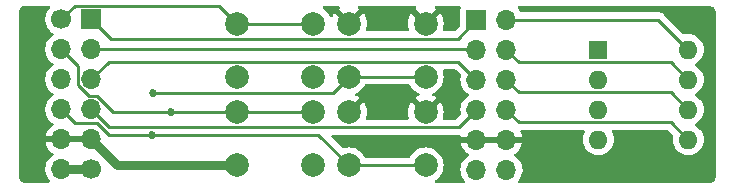
<source format=gtl>
%TF.GenerationSoftware,KiCad,Pcbnew,6.0.4-6f826c9f35~116~ubuntu20.04.1*%
%TF.CreationDate,2022-04-18T14:11:44+07:00*%
%TF.ProjectId,pmod-thin-switches,706d6f64-2d74-4686-996e-2d7377697463,1.0*%
%TF.SameCoordinates,Original*%
%TF.FileFunction,Copper,L1,Top*%
%TF.FilePolarity,Positive*%
%FSLAX46Y46*%
G04 Gerber Fmt 4.6, Leading zero omitted, Abs format (unit mm)*
G04 Created by KiCad (PCBNEW 6.0.4-6f826c9f35~116~ubuntu20.04.1) date 2022-04-18 14:11:44*
%MOMM*%
%LPD*%
G01*
G04 APERTURE LIST*
%TA.AperFunction,ComponentPad*%
%ADD10C,2.000000*%
%TD*%
%TA.AperFunction,ComponentPad*%
%ADD11R,1.700000X1.700000*%
%TD*%
%TA.AperFunction,ComponentPad*%
%ADD12O,1.700000X1.700000*%
%TD*%
%TA.AperFunction,ComponentPad*%
%ADD13C,1.700000*%
%TD*%
%TA.AperFunction,ComponentPad*%
%ADD14R,1.600000X1.600000*%
%TD*%
%TA.AperFunction,ComponentPad*%
%ADD15O,1.600000X1.600000*%
%TD*%
%TA.AperFunction,ViaPad*%
%ADD16C,0.685800*%
%TD*%
%TA.AperFunction,Conductor*%
%ADD17C,0.762000*%
%TD*%
%TA.AperFunction,Conductor*%
%ADD18C,0.254000*%
%TD*%
%TA.AperFunction,Conductor*%
%ADD19C,0.152400*%
%TD*%
G04 APERTURE END LIST*
D10*
%TO.P,PB1,1,1*%
%TO.N,GND*%
X128940000Y-115500000D03*
X135440000Y-115500000D03*
%TO.P,PB1,2,2*%
%TO.N,/P1S*%
X135440000Y-111000000D03*
X128940000Y-111000000D03*
%TD*%
%TO.P,PB2,1,1*%
%TO.N,GND*%
X128940000Y-123000000D03*
X135440000Y-123000000D03*
%TO.P,PB2,2,2*%
%TO.N,/P2S*%
X135440000Y-118500000D03*
X128940000Y-118500000D03*
%TD*%
D11*
%TO.P,J1,1,Pin_1*%
%TO.N,/S1J*%
X116640000Y-110650000D03*
D12*
%TO.P,J1,2,Pin_2*%
%TO.N,/S2J*%
X116640000Y-113190000D03*
%TO.P,J1,3,Pin_3*%
%TO.N,/S3J*%
X116640000Y-115730000D03*
%TO.P,J1,4,Pin_4*%
%TO.N,/S4J*%
X116640000Y-118270000D03*
%TO.P,J1,5,Pin_5*%
%TO.N,GND*%
X116640000Y-120810000D03*
D13*
%TO.P,J1,6,Pin_6*%
%TO.N,+3V3*%
X116640000Y-123350000D03*
%TO.P,J1,7,Pin_7*%
%TO.N,/P1S*%
X114100000Y-110650000D03*
D12*
%TO.P,J1,8,Pin_8*%
%TO.N,/P2S*%
X114100000Y-113190000D03*
%TO.P,J1,9,Pin_9*%
%TO.N,/P3S*%
X114100000Y-115730000D03*
%TO.P,J1,10,Pin_10*%
%TO.N,/P4S*%
X114100000Y-118270000D03*
%TO.P,J1,11,Pin_11*%
%TO.N,GND*%
X114100000Y-120810000D03*
%TO.P,J1,12,Pin_12*%
%TO.N,+3V3*%
X114100000Y-123350000D03*
%TD*%
D11*
%TO.P,J2,1,Pin_1*%
%TO.N,/S1J*%
X149240000Y-110680000D03*
D12*
%TO.P,J2,2,Pin_2*%
%TO.N,/S1S*%
X151780000Y-110680000D03*
%TO.P,J2,3,Pin_3*%
%TO.N,/S2J*%
X149240000Y-113220000D03*
%TO.P,J2,4,Pin_4*%
%TO.N,/S2S*%
X151780000Y-113220000D03*
%TO.P,J2,5,Pin_5*%
%TO.N,/S3J*%
X149240000Y-115760000D03*
%TO.P,J2,6,Pin_6*%
%TO.N,/S3S*%
X151780000Y-115760000D03*
%TO.P,J2,7,Pin_7*%
%TO.N,/S4J*%
X149240000Y-118300000D03*
%TO.P,J2,8,Pin_8*%
%TO.N,/S4S*%
X151780000Y-118300000D03*
%TO.P,J2,9,Pin_9*%
%TO.N,GND*%
X149240000Y-120840000D03*
%TO.P,J2,10,Pin_10*%
X151780000Y-120840000D03*
%TO.P,J2,11,Pin_11*%
%TO.N,+3V3*%
X149240000Y-123380000D03*
%TO.P,J2,12,Pin_12*%
X151780000Y-123380000D03*
%TD*%
D14*
%TO.P,SW1,1*%
%TO.N,+3V3*%
X159550000Y-113200000D03*
D15*
%TO.P,SW1,2*%
X159550000Y-115740000D03*
%TO.P,SW1,3*%
X159550000Y-118280000D03*
%TO.P,SW1,4*%
X159550000Y-120820000D03*
%TO.P,SW1,5*%
%TO.N,/S4S*%
X167170000Y-120820000D03*
%TO.P,SW1,6*%
%TO.N,/S3S*%
X167170000Y-118280000D03*
%TO.P,SW1,7*%
%TO.N,/S2S*%
X167170000Y-115740000D03*
%TO.P,SW1,8*%
%TO.N,/S1S*%
X167170000Y-113200000D03*
%TD*%
D10*
%TO.P,PB3,1,1*%
%TO.N,GND*%
X144940000Y-111000000D03*
X138440000Y-111000000D03*
%TO.P,PB3,2,2*%
%TO.N,/P3S*%
X144940000Y-115500000D03*
X138440000Y-115500000D03*
%TD*%
%TO.P,PB4,1,1*%
%TO.N,GND*%
X138440000Y-118500000D03*
X144940000Y-118500000D03*
%TO.P,PB4,2,2*%
%TO.N,/P4S*%
X144940000Y-123000000D03*
X138440000Y-123000000D03*
%TD*%
D16*
%TO.N,/P2S*%
X123340000Y-118490000D03*
%TO.N,/P3S*%
X121885000Y-116855000D03*
%TO.N,/P4S*%
X121740000Y-120410000D03*
%TD*%
D17*
%TO.N,GND*%
X118830000Y-123000000D02*
X116640000Y-120810000D01*
X149240000Y-121250000D02*
X149240000Y-120840000D01*
X128940000Y-123000000D02*
X118830000Y-123000000D01*
D18*
%TO.N,/P1S*%
X115228911Y-109521089D02*
X127461089Y-109521089D01*
X127461089Y-109521089D02*
X128940000Y-111000000D01*
X114100000Y-110650000D02*
X115228911Y-109521089D01*
X128940000Y-111000000D02*
X135440000Y-111000000D01*
%TO.N,/P2S*%
X118456522Y-118490000D02*
X117086522Y-117120000D01*
X114100000Y-113190000D02*
X115511089Y-114601089D01*
X128940000Y-118500000D02*
X123350000Y-118500000D01*
X128940000Y-118500000D02*
X135440000Y-118500000D01*
X115511089Y-116197611D02*
X116433478Y-117120000D01*
X117086522Y-117120000D02*
X116433478Y-117120000D01*
X115511089Y-114601089D02*
X115511089Y-116197611D01*
X123350000Y-118500000D02*
X123340000Y-118490000D01*
X123340000Y-118490000D02*
X118456522Y-118490000D01*
%TO.N,/P3S*%
X137090000Y-116850000D02*
X121890000Y-116850000D01*
X138440000Y-115500000D02*
X137090000Y-116850000D01*
X138440000Y-115500000D02*
X144940000Y-115500000D01*
%TO.N,/P4S*%
X117088911Y-119398911D02*
X115228911Y-119398911D01*
X121740000Y-120410000D02*
X118100000Y-120410000D01*
X138440000Y-123000000D02*
X135850000Y-120410000D01*
X118100000Y-120410000D02*
X117088911Y-119398911D01*
X135850000Y-120410000D02*
X121740000Y-120410000D01*
X115228911Y-119398911D02*
X114100000Y-118270000D01*
X138440000Y-123000000D02*
X144940000Y-123000000D01*
%TO.N,/S1J*%
X118268911Y-112278911D02*
X147641089Y-112278911D01*
X147641089Y-112278911D02*
X149240000Y-110680000D01*
X116640000Y-110650000D02*
X118268911Y-112278911D01*
%TO.N,/S2J*%
X116640000Y-113190000D02*
X149210000Y-113190000D01*
D19*
X149210000Y-113190000D02*
X149240000Y-113220000D01*
D18*
%TO.N,/S3J*%
X116640000Y-115730000D02*
X118148911Y-114221089D01*
X147701089Y-114221089D02*
X149240000Y-115760000D01*
X118148911Y-114221089D02*
X147701089Y-114221089D01*
%TO.N,/S4J*%
X118148911Y-119778911D02*
X116640000Y-118270000D01*
X149240000Y-118300000D02*
X147761089Y-119778911D01*
X147761089Y-119778911D02*
X118148911Y-119778911D01*
D17*
%TO.N,+3V3*%
X114100000Y-123350000D02*
X116640000Y-123350000D01*
D18*
%TO.N,/S1S*%
X151780000Y-110680000D02*
X164650000Y-110680000D01*
X164650000Y-110680000D02*
X167170000Y-113200000D01*
%TO.N,/S2S*%
X151780000Y-113220000D02*
X152838911Y-114278911D01*
X165708911Y-114278911D02*
X167170000Y-115740000D01*
X152838911Y-114278911D02*
X165708911Y-114278911D01*
%TO.N,/S3S*%
X151780000Y-115760000D02*
X152838911Y-116818911D01*
X152838911Y-116818911D02*
X165708911Y-116818911D01*
X165708911Y-116818911D02*
X167170000Y-118280000D01*
%TO.N,/S4S*%
X152838911Y-119358911D02*
X165708911Y-119358911D01*
X165708911Y-119358911D02*
X167170000Y-120820000D01*
X151780000Y-118300000D02*
X152838911Y-119358911D01*
%TD*%
%TA.AperFunction,Conductor*%
%TO.N,GND*%
G36*
X168944449Y-109516172D02*
G01*
X168963776Y-109517672D01*
X168978747Y-109520003D01*
X168978751Y-109520003D01*
X168987621Y-109521384D01*
X168996524Y-109520220D01*
X168996526Y-109520220D01*
X168996650Y-109520204D01*
X169027088Y-109519933D01*
X169059951Y-109523635D01*
X169089158Y-109526926D01*
X169116666Y-109533204D01*
X169193756Y-109560179D01*
X169219176Y-109572420D01*
X169288326Y-109615869D01*
X169310386Y-109633461D01*
X169368135Y-109691209D01*
X169385727Y-109713269D01*
X169429178Y-109782421D01*
X169441420Y-109807841D01*
X169468393Y-109884924D01*
X169474672Y-109912432D01*
X169480919Y-109967872D01*
X169480611Y-109983564D01*
X169481693Y-109983577D01*
X169481584Y-109992546D01*
X169480202Y-110001421D01*
X169481367Y-110010326D01*
X169484329Y-110032980D01*
X169485393Y-110049318D01*
X169485393Y-123958330D01*
X169483893Y-123977715D01*
X169481583Y-123992548D01*
X169481583Y-123992552D01*
X169480202Y-124001421D01*
X169481382Y-124010446D01*
X169481654Y-124040881D01*
X169477013Y-124082077D01*
X169474661Y-124102955D01*
X169468382Y-124130464D01*
X169441408Y-124207552D01*
X169429169Y-124232968D01*
X169385714Y-124302125D01*
X169368125Y-124324180D01*
X169310380Y-124381925D01*
X169288325Y-124399514D01*
X169219168Y-124442969D01*
X169193752Y-124455208D01*
X169116664Y-124482182D01*
X169089159Y-124488460D01*
X169033673Y-124494712D01*
X169018040Y-124494045D01*
X169018022Y-124495494D01*
X169009049Y-124495384D01*
X169000173Y-124494002D01*
X168968744Y-124498111D01*
X168952362Y-124499174D01*
X158033344Y-124494393D01*
X152893531Y-124492142D01*
X152825420Y-124472110D01*
X152778950Y-124418434D01*
X152768877Y-124348156D01*
X152798399Y-124283588D01*
X152804648Y-124276891D01*
X152814430Y-124267144D01*
X152814440Y-124267132D01*
X152818096Y-124263489D01*
X152848653Y-124220965D01*
X152945435Y-124086277D01*
X152948453Y-124082077D01*
X152956294Y-124066213D01*
X153045136Y-123886453D01*
X153045137Y-123886451D01*
X153047430Y-123881811D01*
X153103986Y-123695665D01*
X153110865Y-123673023D01*
X153110865Y-123673021D01*
X153112370Y-123668069D01*
X153141529Y-123446590D01*
X153143156Y-123380000D01*
X153124852Y-123157361D01*
X153070431Y-122940702D01*
X152981354Y-122735840D01*
X152860014Y-122548277D01*
X152709670Y-122383051D01*
X152705619Y-122379852D01*
X152705615Y-122379848D01*
X152538414Y-122247800D01*
X152538410Y-122247798D01*
X152534359Y-122244598D01*
X152492569Y-122221529D01*
X152442598Y-122171097D01*
X152427826Y-122101654D01*
X152452942Y-122035248D01*
X152480294Y-122008641D01*
X152655328Y-121883792D01*
X152663200Y-121877139D01*
X152814052Y-121726812D01*
X152820730Y-121718965D01*
X152945003Y-121546020D01*
X152950313Y-121537183D01*
X153044670Y-121346267D01*
X153048469Y-121336672D01*
X153110377Y-121132910D01*
X153112555Y-121122837D01*
X153113986Y-121111962D01*
X153111775Y-121097778D01*
X153098617Y-121094000D01*
X147923225Y-121094000D01*
X147909694Y-121097973D01*
X147908257Y-121107966D01*
X147938565Y-121242446D01*
X147941645Y-121252275D01*
X148021770Y-121449603D01*
X148026413Y-121458794D01*
X148137694Y-121640388D01*
X148143777Y-121648699D01*
X148283213Y-121809667D01*
X148290580Y-121816883D01*
X148454434Y-121952916D01*
X148462881Y-121958831D01*
X148531969Y-121999203D01*
X148580693Y-122050842D01*
X148593764Y-122120625D01*
X148567033Y-122186396D01*
X148526584Y-122219752D01*
X148513607Y-122226507D01*
X148509474Y-122229610D01*
X148509471Y-122229612D01*
X148339100Y-122357530D01*
X148334965Y-122360635D01*
X148331393Y-122364373D01*
X148242895Y-122456981D01*
X148180629Y-122522138D01*
X148177720Y-122526403D01*
X148177714Y-122526411D01*
X148170342Y-122537218D01*
X148054743Y-122706680D01*
X147960688Y-122909305D01*
X147900989Y-123124570D01*
X147877251Y-123346695D01*
X147877548Y-123351848D01*
X147877548Y-123351851D01*
X147889812Y-123564547D01*
X147890110Y-123569715D01*
X147891247Y-123574761D01*
X147891248Y-123574767D01*
X147907760Y-123648034D01*
X147939222Y-123787639D01*
X148000673Y-123938976D01*
X148018261Y-123982289D01*
X148023266Y-123994616D01*
X148067141Y-124066213D01*
X148137291Y-124180688D01*
X148139987Y-124185088D01*
X148143365Y-124188988D01*
X148143366Y-124188989D01*
X148223551Y-124281557D01*
X148253033Y-124346142D01*
X148242918Y-124416415D01*
X148196417Y-124470063D01*
X148128258Y-124490054D01*
X145843882Y-124489054D01*
X145775771Y-124469022D01*
X145729301Y-124415346D01*
X145719228Y-124345068D01*
X145748750Y-124280500D01*
X145778103Y-124255622D01*
X145825193Y-124226765D01*
X145825203Y-124226758D01*
X145829416Y-124224176D01*
X146009969Y-124069969D01*
X146164176Y-123889416D01*
X146166755Y-123885208D01*
X146166759Y-123885202D01*
X146285654Y-123691183D01*
X146288240Y-123686963D01*
X146301272Y-123655502D01*
X146377211Y-123472167D01*
X146377212Y-123472165D01*
X146379105Y-123467594D01*
X146400940Y-123376646D01*
X146433380Y-123241524D01*
X146433381Y-123241518D01*
X146434535Y-123236711D01*
X146453165Y-123000000D01*
X146434535Y-122763289D01*
X146429086Y-122740590D01*
X146380260Y-122537218D01*
X146379105Y-122532406D01*
X146376622Y-122526411D01*
X146290135Y-122317611D01*
X146290133Y-122317607D01*
X146288240Y-122313037D01*
X146248263Y-122247800D01*
X146166759Y-122114798D01*
X146166755Y-122114792D01*
X146164176Y-122110584D01*
X146009969Y-121930031D01*
X145829416Y-121775824D01*
X145825208Y-121773245D01*
X145825202Y-121773241D01*
X145631183Y-121654346D01*
X145626963Y-121651760D01*
X145622393Y-121649867D01*
X145622389Y-121649865D01*
X145412167Y-121562789D01*
X145412165Y-121562788D01*
X145407594Y-121560895D01*
X145308826Y-121537183D01*
X145181524Y-121506620D01*
X145181518Y-121506619D01*
X145176711Y-121505465D01*
X144940000Y-121486835D01*
X144703289Y-121505465D01*
X144698482Y-121506619D01*
X144698476Y-121506620D01*
X144571174Y-121537183D01*
X144472406Y-121560895D01*
X144467835Y-121562788D01*
X144467833Y-121562789D01*
X144257611Y-121649865D01*
X144257607Y-121649867D01*
X144253037Y-121651760D01*
X144248817Y-121654346D01*
X144054798Y-121773241D01*
X144054792Y-121773245D01*
X144050584Y-121775824D01*
X143870031Y-121930031D01*
X143715824Y-122110584D01*
X143631738Y-122247800D01*
X143597093Y-122304335D01*
X143544445Y-122351966D01*
X143489660Y-122364500D01*
X139890340Y-122364500D01*
X139822219Y-122344498D01*
X139782907Y-122304335D01*
X139748263Y-122247800D01*
X139664176Y-122110584D01*
X139509969Y-121930031D01*
X139329416Y-121775824D01*
X139325208Y-121773245D01*
X139325202Y-121773241D01*
X139131183Y-121654346D01*
X139126963Y-121651760D01*
X139122393Y-121649867D01*
X139122389Y-121649865D01*
X138912167Y-121562789D01*
X138912165Y-121562788D01*
X138907594Y-121560895D01*
X138808826Y-121537183D01*
X138681524Y-121506620D01*
X138681518Y-121506619D01*
X138676711Y-121505465D01*
X138440000Y-121486835D01*
X138203289Y-121505465D01*
X138198482Y-121506619D01*
X138198476Y-121506620D01*
X137982330Y-121558512D01*
X137911422Y-121554965D01*
X137863821Y-121525088D01*
X136968239Y-120629506D01*
X136934213Y-120567194D01*
X136939278Y-120496379D01*
X136981825Y-120439543D01*
X137048345Y-120414732D01*
X137057334Y-120414411D01*
X147682069Y-120414411D01*
X147693303Y-120414941D01*
X147700808Y-120416619D01*
X147769101Y-120414473D01*
X147773058Y-120414411D01*
X147782999Y-120414411D01*
X147851120Y-120434413D01*
X147897613Y-120488069D01*
X147907717Y-120558343D01*
X147904417Y-120574082D01*
X147904389Y-120574184D01*
X147905912Y-120582607D01*
X147918292Y-120586000D01*
X153098344Y-120586000D01*
X153111875Y-120582027D01*
X153113180Y-120572947D01*
X153071214Y-120405875D01*
X153067894Y-120396124D01*
X152982972Y-120200814D01*
X152978106Y-120191740D01*
X152976239Y-120188854D01*
X152975842Y-120187518D01*
X152975661Y-120187180D01*
X152975731Y-120187143D01*
X152956030Y-120120794D01*
X152975824Y-120052613D01*
X153029338Y-120005957D01*
X153082029Y-119994411D01*
X158293428Y-119994411D01*
X158361549Y-120014413D01*
X158408042Y-120068069D01*
X158418146Y-120138343D01*
X158407623Y-120173660D01*
X158315716Y-120370757D01*
X158314294Y-120376065D01*
X158314293Y-120376067D01*
X158258041Y-120586000D01*
X158256457Y-120591913D01*
X158236502Y-120820000D01*
X158256457Y-121048087D01*
X158257881Y-121053400D01*
X158257881Y-121053402D01*
X158272502Y-121107966D01*
X158315716Y-121269243D01*
X158318039Y-121274224D01*
X158318039Y-121274225D01*
X158410151Y-121471762D01*
X158410154Y-121471767D01*
X158412477Y-121476749D01*
X158460981Y-121546020D01*
X158527059Y-121640388D01*
X158543802Y-121664300D01*
X158705700Y-121826198D01*
X158710208Y-121829355D01*
X158710211Y-121829357D01*
X158745108Y-121853792D01*
X158893251Y-121957523D01*
X158898233Y-121959846D01*
X158898238Y-121959849D01*
X159095775Y-122051961D01*
X159100757Y-122054284D01*
X159106065Y-122055706D01*
X159106067Y-122055707D01*
X159316598Y-122112119D01*
X159316600Y-122112119D01*
X159321913Y-122113543D01*
X159550000Y-122133498D01*
X159778087Y-122113543D01*
X159783400Y-122112119D01*
X159783402Y-122112119D01*
X159993933Y-122055707D01*
X159993935Y-122055706D01*
X159999243Y-122054284D01*
X160004225Y-122051961D01*
X160201762Y-121959849D01*
X160201767Y-121959846D01*
X160206749Y-121957523D01*
X160354892Y-121853792D01*
X160389789Y-121829357D01*
X160389792Y-121829355D01*
X160394300Y-121826198D01*
X160556198Y-121664300D01*
X160572942Y-121640388D01*
X160639019Y-121546020D01*
X160687523Y-121476749D01*
X160689846Y-121471767D01*
X160689849Y-121471762D01*
X160781961Y-121274225D01*
X160781961Y-121274224D01*
X160784284Y-121269243D01*
X160827499Y-121107966D01*
X160842119Y-121053402D01*
X160842119Y-121053400D01*
X160843543Y-121048087D01*
X160863498Y-120820000D01*
X160843543Y-120591913D01*
X160841959Y-120586000D01*
X160785707Y-120376067D01*
X160785706Y-120376065D01*
X160784284Y-120370757D01*
X160692377Y-120173660D01*
X160681716Y-120103469D01*
X160710696Y-120038656D01*
X160770116Y-119999800D01*
X160806572Y-119994411D01*
X165393489Y-119994411D01*
X165461610Y-120014413D01*
X165482584Y-120031316D01*
X165860250Y-120408982D01*
X165894276Y-120471294D01*
X165892862Y-120530688D01*
X165878041Y-120586000D01*
X165876457Y-120591913D01*
X165856502Y-120820000D01*
X165876457Y-121048087D01*
X165877881Y-121053400D01*
X165877881Y-121053402D01*
X165892502Y-121107966D01*
X165935716Y-121269243D01*
X165938039Y-121274224D01*
X165938039Y-121274225D01*
X166030151Y-121471762D01*
X166030154Y-121471767D01*
X166032477Y-121476749D01*
X166080981Y-121546020D01*
X166147059Y-121640388D01*
X166163802Y-121664300D01*
X166325700Y-121826198D01*
X166330208Y-121829355D01*
X166330211Y-121829357D01*
X166365108Y-121853792D01*
X166513251Y-121957523D01*
X166518233Y-121959846D01*
X166518238Y-121959849D01*
X166715775Y-122051961D01*
X166720757Y-122054284D01*
X166726065Y-122055706D01*
X166726067Y-122055707D01*
X166936598Y-122112119D01*
X166936600Y-122112119D01*
X166941913Y-122113543D01*
X167170000Y-122133498D01*
X167398087Y-122113543D01*
X167403400Y-122112119D01*
X167403402Y-122112119D01*
X167613933Y-122055707D01*
X167613935Y-122055706D01*
X167619243Y-122054284D01*
X167624225Y-122051961D01*
X167821762Y-121959849D01*
X167821767Y-121959846D01*
X167826749Y-121957523D01*
X167974892Y-121853792D01*
X168009789Y-121829357D01*
X168009792Y-121829355D01*
X168014300Y-121826198D01*
X168176198Y-121664300D01*
X168192942Y-121640388D01*
X168259019Y-121546020D01*
X168307523Y-121476749D01*
X168309846Y-121471767D01*
X168309849Y-121471762D01*
X168401961Y-121274225D01*
X168401961Y-121274224D01*
X168404284Y-121269243D01*
X168447499Y-121107966D01*
X168462119Y-121053402D01*
X168462119Y-121053400D01*
X168463543Y-121048087D01*
X168483498Y-120820000D01*
X168463543Y-120591913D01*
X168461959Y-120586000D01*
X168405707Y-120376067D01*
X168405706Y-120376065D01*
X168404284Y-120370757D01*
X168325039Y-120200814D01*
X168309849Y-120168238D01*
X168309846Y-120168233D01*
X168307523Y-120163251D01*
X168230053Y-120052613D01*
X168179357Y-119980211D01*
X168179355Y-119980208D01*
X168176198Y-119975700D01*
X168014300Y-119813802D01*
X168009792Y-119810645D01*
X168009789Y-119810643D01*
X167931611Y-119755902D01*
X167826749Y-119682477D01*
X167821767Y-119680154D01*
X167821762Y-119680151D01*
X167787543Y-119664195D01*
X167734258Y-119617278D01*
X167714797Y-119549001D01*
X167735339Y-119481041D01*
X167787543Y-119435805D01*
X167821762Y-119419849D01*
X167821767Y-119419846D01*
X167826749Y-119417523D01*
X167940992Y-119337529D01*
X168009789Y-119289357D01*
X168009792Y-119289355D01*
X168014300Y-119286198D01*
X168176198Y-119124300D01*
X168186919Y-119108990D01*
X168279118Y-118977315D01*
X168307523Y-118936749D01*
X168309846Y-118931767D01*
X168309849Y-118931762D01*
X168401961Y-118734225D01*
X168401961Y-118734224D01*
X168404284Y-118729243D01*
X168405997Y-118722852D01*
X168462119Y-118513402D01*
X168462119Y-118513400D01*
X168463543Y-118508087D01*
X168483498Y-118280000D01*
X168463543Y-118051913D01*
X168462119Y-118046598D01*
X168405707Y-117836067D01*
X168405706Y-117836065D01*
X168404284Y-117830757D01*
X168398154Y-117817611D01*
X168309849Y-117628238D01*
X168309846Y-117628233D01*
X168307523Y-117623251D01*
X168215059Y-117491199D01*
X168179357Y-117440211D01*
X168179355Y-117440208D01*
X168176198Y-117435700D01*
X168014300Y-117273802D01*
X168009792Y-117270645D01*
X168009789Y-117270643D01*
X167907643Y-117199120D01*
X167826749Y-117142477D01*
X167821767Y-117140154D01*
X167821762Y-117140151D01*
X167787543Y-117124195D01*
X167734258Y-117077278D01*
X167714797Y-117009001D01*
X167735339Y-116941041D01*
X167787543Y-116895805D01*
X167821762Y-116879849D01*
X167821767Y-116879846D01*
X167826749Y-116877523D01*
X167978632Y-116771173D01*
X168009789Y-116749357D01*
X168009792Y-116749355D01*
X168014300Y-116746198D01*
X168176198Y-116584300D01*
X168183987Y-116573177D01*
X168286034Y-116427438D01*
X168307523Y-116396749D01*
X168309846Y-116391767D01*
X168309849Y-116391762D01*
X168401961Y-116194225D01*
X168401961Y-116194224D01*
X168404284Y-116189243D01*
X168405997Y-116182852D01*
X168462119Y-115973402D01*
X168462119Y-115973400D01*
X168463543Y-115968087D01*
X168483498Y-115740000D01*
X168463543Y-115511913D01*
X168461672Y-115504930D01*
X168405707Y-115296067D01*
X168405706Y-115296065D01*
X168404284Y-115290757D01*
X168401961Y-115285775D01*
X168309849Y-115088238D01*
X168309846Y-115088233D01*
X168307523Y-115083251D01*
X168189300Y-114914411D01*
X168179357Y-114900211D01*
X168179355Y-114900208D01*
X168176198Y-114895700D01*
X168014300Y-114733802D01*
X168009792Y-114730645D01*
X168009789Y-114730643D01*
X167931611Y-114675902D01*
X167826749Y-114602477D01*
X167821767Y-114600154D01*
X167821762Y-114600151D01*
X167787543Y-114584195D01*
X167734258Y-114537278D01*
X167714797Y-114469001D01*
X167735339Y-114401041D01*
X167787543Y-114355805D01*
X167821762Y-114339849D01*
X167821767Y-114339846D01*
X167826749Y-114337523D01*
X167940992Y-114257529D01*
X168009789Y-114209357D01*
X168009792Y-114209355D01*
X168014300Y-114206198D01*
X168176198Y-114044300D01*
X168186919Y-114028990D01*
X168280638Y-113895144D01*
X168307523Y-113856749D01*
X168309846Y-113851767D01*
X168309849Y-113851762D01*
X168401961Y-113654225D01*
X168401961Y-113654224D01*
X168404284Y-113649243D01*
X168405997Y-113642852D01*
X168462119Y-113433402D01*
X168462119Y-113433400D01*
X168463543Y-113428087D01*
X168483498Y-113200000D01*
X168463543Y-112971913D01*
X168462119Y-112966598D01*
X168405707Y-112756067D01*
X168405706Y-112756065D01*
X168404284Y-112750757D01*
X168389618Y-112719305D01*
X168309849Y-112548238D01*
X168309846Y-112548233D01*
X168307523Y-112543251D01*
X168196329Y-112384450D01*
X168179357Y-112360211D01*
X168179355Y-112360208D01*
X168176198Y-112355700D01*
X168014300Y-112193802D01*
X168009792Y-112190645D01*
X168009789Y-112190643D01*
X167931611Y-112135902D01*
X167826749Y-112062477D01*
X167821767Y-112060154D01*
X167821762Y-112060151D01*
X167624225Y-111968039D01*
X167624224Y-111968039D01*
X167619243Y-111965716D01*
X167613935Y-111964294D01*
X167613933Y-111964293D01*
X167403402Y-111907881D01*
X167403400Y-111907881D01*
X167398087Y-111906457D01*
X167170000Y-111886502D01*
X166941913Y-111906457D01*
X166936602Y-111907880D01*
X166936591Y-111907882D01*
X166880690Y-111922861D01*
X166809713Y-111921172D01*
X166758983Y-111890250D01*
X165155250Y-110286517D01*
X165147674Y-110278191D01*
X165143553Y-110271697D01*
X165093734Y-110224914D01*
X165090893Y-110222160D01*
X165071094Y-110202361D01*
X165067969Y-110199937D01*
X165067960Y-110199929D01*
X165067874Y-110199863D01*
X165058849Y-110192155D01*
X165032285Y-110167210D01*
X165026506Y-110161783D01*
X165017059Y-110156589D01*
X165008671Y-110151978D01*
X164992153Y-110141127D01*
X164976067Y-110128650D01*
X164935334Y-110111024D01*
X164924686Y-110105807D01*
X164913058Y-110099415D01*
X164885803Y-110084431D01*
X164878128Y-110082460D01*
X164878122Y-110082458D01*
X164866089Y-110079369D01*
X164847387Y-110072966D01*
X164828708Y-110064883D01*
X164794872Y-110059524D01*
X164784873Y-110057940D01*
X164773260Y-110055535D01*
X164730282Y-110044500D01*
X164709935Y-110044500D01*
X164690224Y-110042949D01*
X164677950Y-110041005D01*
X164670121Y-110039765D01*
X164662229Y-110040511D01*
X164625944Y-110043941D01*
X164614086Y-110044500D01*
X153055511Y-110044500D01*
X152987390Y-110024498D01*
X152949719Y-109986940D01*
X152947544Y-109983577D01*
X152892392Y-109898326D01*
X152862822Y-109852617D01*
X152862820Y-109852614D01*
X152860014Y-109848277D01*
X152856540Y-109844459D01*
X152856533Y-109844450D01*
X152743216Y-109719917D01*
X152712164Y-109656071D01*
X152720559Y-109585572D01*
X152765735Y-109530804D01*
X152836464Y-109509117D01*
X168944449Y-109516172D01*
G37*
%TD.AperFunction*%
%TA.AperFunction,Conductor*%
G36*
X113033113Y-109491685D02*
G01*
X113101225Y-109511717D01*
X113147695Y-109565393D01*
X113157768Y-109635671D01*
X113124152Y-109704736D01*
X113052505Y-109779710D01*
X113040629Y-109792138D01*
X113037715Y-109796410D01*
X113037714Y-109796411D01*
X112999373Y-109852617D01*
X112914743Y-109976680D01*
X112878141Y-110055533D01*
X112833373Y-110151978D01*
X112820688Y-110179305D01*
X112760989Y-110394570D01*
X112737251Y-110616695D01*
X112737548Y-110621848D01*
X112737548Y-110621851D01*
X112745426Y-110758476D01*
X112750110Y-110839715D01*
X112751247Y-110844761D01*
X112751248Y-110844767D01*
X112775304Y-110951508D01*
X112799222Y-111057639D01*
X112847556Y-111176672D01*
X112869932Y-111231777D01*
X112883266Y-111264616D01*
X112999987Y-111455088D01*
X113003367Y-111458990D01*
X113006652Y-111462782D01*
X113146250Y-111623938D01*
X113318126Y-111766632D01*
X113363809Y-111793327D01*
X113391445Y-111809476D01*
X113440169Y-111861114D01*
X113453240Y-111930897D01*
X113426509Y-111996669D01*
X113386055Y-112030027D01*
X113373607Y-112036507D01*
X113369474Y-112039610D01*
X113369471Y-112039612D01*
X113199100Y-112167530D01*
X113194965Y-112170635D01*
X113040629Y-112332138D01*
X113037720Y-112336403D01*
X113037714Y-112336411D01*
X112999373Y-112392617D01*
X112914743Y-112516680D01*
X112820688Y-112719305D01*
X112760989Y-112934570D01*
X112737251Y-113156695D01*
X112737548Y-113161848D01*
X112737548Y-113161851D01*
X112744932Y-113289908D01*
X112750110Y-113379715D01*
X112751247Y-113384761D01*
X112751248Y-113384767D01*
X112759776Y-113422607D01*
X112799222Y-113597639D01*
X112883266Y-113804616D01*
X112999987Y-113995088D01*
X113146250Y-114163938D01*
X113318126Y-114306632D01*
X113363809Y-114333327D01*
X113391445Y-114349476D01*
X113440169Y-114401114D01*
X113453240Y-114470897D01*
X113426509Y-114536669D01*
X113386055Y-114570027D01*
X113373607Y-114576507D01*
X113369474Y-114579610D01*
X113369471Y-114579612D01*
X113305291Y-114627800D01*
X113194965Y-114710635D01*
X113040629Y-114872138D01*
X113037715Y-114876410D01*
X113037714Y-114876411D01*
X113000990Y-114930247D01*
X112914743Y-115056680D01*
X112820688Y-115259305D01*
X112760989Y-115474570D01*
X112737251Y-115696695D01*
X112737548Y-115701848D01*
X112737548Y-115701851D01*
X112744932Y-115829908D01*
X112750110Y-115919715D01*
X112751247Y-115924761D01*
X112751248Y-115924767D01*
X112769324Y-116004972D01*
X112799222Y-116137639D01*
X112883266Y-116344616D01*
X112999987Y-116535088D01*
X113146250Y-116703938D01*
X113318126Y-116846632D01*
X113343681Y-116861565D01*
X113391445Y-116889476D01*
X113440169Y-116941114D01*
X113453240Y-117010897D01*
X113426509Y-117076669D01*
X113386055Y-117110027D01*
X113373607Y-117116507D01*
X113369474Y-117119610D01*
X113369471Y-117119612D01*
X113250516Y-117208926D01*
X113194965Y-117250635D01*
X113129346Y-117319301D01*
X113097641Y-117352479D01*
X113040629Y-117412138D01*
X113037720Y-117416403D01*
X113037714Y-117416411D01*
X112989079Y-117487708D01*
X112914743Y-117596680D01*
X112895136Y-117638920D01*
X112844223Y-117748604D01*
X112820688Y-117799305D01*
X112760989Y-118014570D01*
X112737251Y-118236695D01*
X112737548Y-118241848D01*
X112737548Y-118241851D01*
X112744932Y-118369908D01*
X112750110Y-118459715D01*
X112751247Y-118464761D01*
X112751248Y-118464767D01*
X112773792Y-118564800D01*
X112799222Y-118677639D01*
X112883266Y-118884616D01*
X112885965Y-118889020D01*
X112996718Y-119069753D01*
X112999987Y-119075088D01*
X113146250Y-119243938D01*
X113318126Y-119386632D01*
X113363809Y-119413327D01*
X113391955Y-119429774D01*
X113440679Y-119481412D01*
X113453750Y-119551195D01*
X113427019Y-119616967D01*
X113386562Y-119650327D01*
X113378457Y-119654546D01*
X113369738Y-119660036D01*
X113199433Y-119787905D01*
X113191726Y-119794748D01*
X113044590Y-119948717D01*
X113038104Y-119956727D01*
X112918098Y-120132649D01*
X112913000Y-120141623D01*
X112823338Y-120334783D01*
X112819775Y-120344470D01*
X112764389Y-120544183D01*
X112765912Y-120552607D01*
X112778292Y-120556000D01*
X116598697Y-120556000D01*
X116666818Y-120576002D01*
X116713311Y-120629658D01*
X116723415Y-120699932D01*
X116693921Y-120764512D01*
X116682452Y-120771883D01*
X116666753Y-120790000D01*
X116660000Y-120790000D01*
X116659965Y-120803463D01*
X116659965Y-120803464D01*
X116659616Y-120938326D01*
X116639437Y-121006395D01*
X116585661Y-121052749D01*
X116533616Y-121064000D01*
X112783225Y-121064000D01*
X112769694Y-121067973D01*
X112768257Y-121077966D01*
X112798565Y-121212446D01*
X112801645Y-121222275D01*
X112881770Y-121419603D01*
X112886413Y-121428794D01*
X112997694Y-121610388D01*
X113003777Y-121618699D01*
X113143213Y-121779667D01*
X113150580Y-121786883D01*
X113314434Y-121922916D01*
X113322881Y-121928831D01*
X113391969Y-121969203D01*
X113440693Y-122020842D01*
X113453764Y-122090625D01*
X113427033Y-122156396D01*
X113386584Y-122189752D01*
X113373607Y-122196507D01*
X113369474Y-122199610D01*
X113369471Y-122199612D01*
X113218403Y-122313037D01*
X113194965Y-122330635D01*
X113040629Y-122492138D01*
X113037715Y-122496410D01*
X113037714Y-122496411D01*
X112999373Y-122552617D01*
X112914743Y-122676680D01*
X112820688Y-122879305D01*
X112760989Y-123094570D01*
X112737251Y-123316695D01*
X112737548Y-123321848D01*
X112737548Y-123321851D01*
X112744932Y-123449908D01*
X112750110Y-123539715D01*
X112751247Y-123544761D01*
X112751248Y-123544767D01*
X112758009Y-123574767D01*
X112799222Y-123757639D01*
X112843905Y-123867680D01*
X112880714Y-123958330D01*
X112883266Y-123964616D01*
X112920667Y-124025649D01*
X112976687Y-124117065D01*
X112999987Y-124155088D01*
X113003365Y-124158988D01*
X113003366Y-124158989D01*
X113096212Y-124266173D01*
X113125694Y-124330758D01*
X113115579Y-124401030D01*
X113069078Y-124454679D01*
X113000919Y-124474670D01*
X112706382Y-124474541D01*
X111046945Y-124473814D01*
X111027616Y-124472314D01*
X111012646Y-124469983D01*
X111012642Y-124469983D01*
X111003773Y-124468602D01*
X110994871Y-124469766D01*
X110994869Y-124469766D01*
X110994753Y-124469781D01*
X110964304Y-124470052D01*
X110902233Y-124463057D01*
X110874727Y-124456779D01*
X110797645Y-124429806D01*
X110772226Y-124417565D01*
X110731483Y-124391965D01*
X110703076Y-124374116D01*
X110681017Y-124356524D01*
X110671537Y-124347043D01*
X110623271Y-124298776D01*
X110605680Y-124276717D01*
X110562233Y-124207570D01*
X110549992Y-124182150D01*
X110523018Y-124105063D01*
X110516739Y-124077554D01*
X110515885Y-124069969D01*
X110510477Y-124021967D01*
X110509694Y-124006322D01*
X110509803Y-123997446D01*
X110511184Y-123988573D01*
X110510020Y-123979670D01*
X110510020Y-123979665D01*
X110507057Y-123957003D01*
X110505993Y-123940667D01*
X110505993Y-110031663D01*
X110507493Y-110012276D01*
X110509803Y-109997443D01*
X110509803Y-109997442D01*
X110511184Y-109988573D01*
X110510005Y-109979553D01*
X110509733Y-109949105D01*
X110516728Y-109887030D01*
X110523007Y-109859524D01*
X110549978Y-109782445D01*
X110562220Y-109757024D01*
X110605674Y-109687868D01*
X110623266Y-109665809D01*
X110681009Y-109608066D01*
X110703068Y-109590474D01*
X110772224Y-109547020D01*
X110797637Y-109534781D01*
X110874730Y-109507805D01*
X110902231Y-109501528D01*
X110946789Y-109496507D01*
X110957723Y-109495275D01*
X110973364Y-109495507D01*
X110973376Y-109494493D01*
X110982348Y-109494603D01*
X110991221Y-109495984D01*
X111000122Y-109494820D01*
X111000127Y-109494820D01*
X111022638Y-109491876D01*
X111039030Y-109490812D01*
X113033113Y-109491685D01*
G37*
%TD.AperFunction*%
%TA.AperFunction,Conductor*%
G36*
X147453788Y-114876591D02*
G01*
X147474762Y-114893494D01*
X147889164Y-115307896D01*
X147923190Y-115370208D01*
X147921486Y-115430662D01*
X147900989Y-115504570D01*
X147900441Y-115509700D01*
X147900440Y-115509704D01*
X147896933Y-115542522D01*
X147877251Y-115726695D01*
X147877548Y-115731848D01*
X147877548Y-115731851D01*
X147889812Y-115944547D01*
X147890110Y-115949715D01*
X147891247Y-115954761D01*
X147891248Y-115954767D01*
X147912275Y-116048069D01*
X147939222Y-116167639D01*
X147971723Y-116247680D01*
X148012873Y-116349020D01*
X148023266Y-116374616D01*
X148061052Y-116436277D01*
X148137291Y-116560688D01*
X148139987Y-116565088D01*
X148286250Y-116733938D01*
X148458126Y-116876632D01*
X148470499Y-116883862D01*
X148531445Y-116919476D01*
X148580169Y-116971114D01*
X148593240Y-117040897D01*
X148566509Y-117106669D01*
X148526055Y-117140027D01*
X148521349Y-117142477D01*
X148513607Y-117146507D01*
X148509474Y-117149610D01*
X148509471Y-117149612D01*
X148339100Y-117277530D01*
X148334965Y-117280635D01*
X148331393Y-117284373D01*
X148184319Y-117438277D01*
X148180629Y-117442138D01*
X148177720Y-117446403D01*
X148177714Y-117446411D01*
X148151049Y-117485500D01*
X148054743Y-117626680D01*
X148039003Y-117660590D01*
X147966124Y-117817595D01*
X147960688Y-117829305D01*
X147900989Y-118044570D01*
X147877251Y-118266695D01*
X147877548Y-118271848D01*
X147877548Y-118271851D01*
X147889812Y-118484547D01*
X147890110Y-118489715D01*
X147891247Y-118494761D01*
X147891248Y-118494767D01*
X147922933Y-118635360D01*
X147918397Y-118706212D01*
X147889111Y-118752156D01*
X147534761Y-119106506D01*
X147472449Y-119140532D01*
X147445666Y-119143411D01*
X146494310Y-119143411D01*
X146426189Y-119123409D01*
X146379696Y-119069753D01*
X146369592Y-118999479D01*
X146375787Y-118976909D01*
X146375204Y-118976720D01*
X146379783Y-118962627D01*
X146432885Y-118741446D01*
X146434428Y-118731699D01*
X146452275Y-118504930D01*
X146452275Y-118495070D01*
X146434428Y-118268301D01*
X146432885Y-118258554D01*
X146379783Y-118037373D01*
X146376734Y-118027988D01*
X146289687Y-117817837D01*
X146285205Y-117809042D01*
X146182568Y-117641555D01*
X146172110Y-117632093D01*
X146163334Y-117635876D01*
X145029095Y-118770115D01*
X144966783Y-118804141D01*
X144895968Y-118799076D01*
X144850905Y-118770115D01*
X143719710Y-117638920D01*
X143707330Y-117632160D01*
X143699680Y-117637887D01*
X143594795Y-117809042D01*
X143590313Y-117817837D01*
X143503266Y-118027988D01*
X143500217Y-118037373D01*
X143447115Y-118258554D01*
X143445572Y-118268301D01*
X143427725Y-118495070D01*
X143427725Y-118504930D01*
X143445572Y-118731699D01*
X143447115Y-118741446D01*
X143500217Y-118962627D01*
X143504796Y-118976720D01*
X143502966Y-118977315D01*
X143509693Y-119039754D01*
X143477928Y-119103249D01*
X143416879Y-119139490D01*
X143385690Y-119143411D01*
X139994310Y-119143411D01*
X139926189Y-119123409D01*
X139879696Y-119069753D01*
X139869592Y-118999479D01*
X139875787Y-118976909D01*
X139875204Y-118976720D01*
X139879783Y-118962627D01*
X139932885Y-118741446D01*
X139934428Y-118731699D01*
X139952275Y-118504930D01*
X139952275Y-118495070D01*
X139934428Y-118268301D01*
X139932885Y-118258554D01*
X139879783Y-118037373D01*
X139876734Y-118027988D01*
X139789687Y-117817837D01*
X139785205Y-117809042D01*
X139682568Y-117641555D01*
X139672110Y-117632093D01*
X139663334Y-117635876D01*
X138529095Y-118770115D01*
X138466783Y-118804141D01*
X138395968Y-118799076D01*
X138350905Y-118770115D01*
X138169885Y-118589095D01*
X138135859Y-118526783D01*
X138140924Y-118455968D01*
X138169885Y-118410905D01*
X139301080Y-117279710D01*
X139307840Y-117267330D01*
X139302113Y-117259680D01*
X139130958Y-117154795D01*
X139122163Y-117150313D01*
X139040964Y-117116680D01*
X138985683Y-117072132D01*
X138963262Y-117004769D01*
X138980820Y-116935978D01*
X139032782Y-116887599D01*
X139040964Y-116883862D01*
X139122389Y-116850135D01*
X139122393Y-116850133D01*
X139126963Y-116848240D01*
X139203769Y-116801173D01*
X139325202Y-116726759D01*
X139325208Y-116726755D01*
X139329416Y-116724176D01*
X139509969Y-116569969D01*
X139664176Y-116389416D01*
X139782908Y-116195664D01*
X139835555Y-116148034D01*
X139890340Y-116135500D01*
X143489660Y-116135500D01*
X143557781Y-116155502D01*
X143597092Y-116195664D01*
X143715824Y-116389416D01*
X143870031Y-116569969D01*
X144050584Y-116724176D01*
X144054792Y-116726755D01*
X144054798Y-116726759D01*
X144176231Y-116801173D01*
X144253037Y-116848240D01*
X144257607Y-116850133D01*
X144257611Y-116850135D01*
X144339036Y-116883862D01*
X144394317Y-116928410D01*
X144416738Y-116995774D01*
X144399180Y-117064565D01*
X144347218Y-117112943D01*
X144339036Y-117116680D01*
X144257837Y-117150313D01*
X144249042Y-117154795D01*
X144081555Y-117257432D01*
X144072093Y-117267890D01*
X144075876Y-117276666D01*
X144927188Y-118127978D01*
X144941132Y-118135592D01*
X144942965Y-118135461D01*
X144949580Y-118131210D01*
X145801080Y-117279710D01*
X145807840Y-117267330D01*
X145802113Y-117259680D01*
X145630958Y-117154795D01*
X145622163Y-117150313D01*
X145540964Y-117116680D01*
X145485683Y-117072132D01*
X145463262Y-117004769D01*
X145480820Y-116935978D01*
X145532782Y-116887599D01*
X145540964Y-116883862D01*
X145622389Y-116850135D01*
X145622393Y-116850133D01*
X145626963Y-116848240D01*
X145703769Y-116801173D01*
X145825202Y-116726759D01*
X145825208Y-116726755D01*
X145829416Y-116724176D01*
X146009969Y-116569969D01*
X146164176Y-116389416D01*
X146166755Y-116385208D01*
X146166759Y-116385202D01*
X146285654Y-116191183D01*
X146288240Y-116186963D01*
X146296245Y-116167639D01*
X146377211Y-115972167D01*
X146377212Y-115972165D01*
X146379105Y-115967594D01*
X146398360Y-115887391D01*
X146433380Y-115741524D01*
X146433381Y-115741518D01*
X146434535Y-115736711D01*
X146453165Y-115500000D01*
X146434535Y-115263289D01*
X146432452Y-115254610D01*
X146391312Y-115083251D01*
X146379105Y-115032406D01*
X146377210Y-115027832D01*
X146375681Y-115023125D01*
X146377547Y-115022519D01*
X146370858Y-114960196D01*
X146402648Y-114896714D01*
X146463713Y-114860497D01*
X146494852Y-114856589D01*
X147385667Y-114856589D01*
X147453788Y-114876591D01*
G37*
%TD.AperFunction*%
%TA.AperFunction,Conductor*%
G36*
X137550988Y-109502422D02*
G01*
X137619098Y-109522454D01*
X137665568Y-109576130D01*
X137675641Y-109646408D01*
X137646119Y-109710976D01*
X137616767Y-109735854D01*
X137581554Y-109757433D01*
X137572093Y-109767890D01*
X137575876Y-109776666D01*
X138427188Y-110627978D01*
X138441132Y-110635592D01*
X138442965Y-110635461D01*
X138449580Y-110631210D01*
X139301080Y-109779710D01*
X139307840Y-109767330D01*
X139302114Y-109759681D01*
X139264504Y-109736633D01*
X139216873Y-109683985D01*
X139205267Y-109613944D01*
X139233371Y-109548746D01*
X139292262Y-109509093D01*
X139330390Y-109503202D01*
X144046344Y-109505267D01*
X144114456Y-109525299D01*
X144160926Y-109578975D01*
X144170999Y-109649253D01*
X144141477Y-109713821D01*
X144112124Y-109738699D01*
X144081555Y-109757432D01*
X144072093Y-109767890D01*
X144075876Y-109776666D01*
X144927188Y-110627978D01*
X144941132Y-110635592D01*
X144942965Y-110635461D01*
X144949580Y-110631210D01*
X145801080Y-109779710D01*
X145807840Y-109767330D01*
X145802114Y-109759681D01*
X145769153Y-109739482D01*
X145721522Y-109686834D01*
X145709916Y-109616793D01*
X145738020Y-109551595D01*
X145796910Y-109511942D01*
X145835042Y-109506050D01*
X147398028Y-109506735D01*
X147786279Y-109506905D01*
X147854391Y-109526937D01*
X147900861Y-109580613D01*
X147910934Y-109650891D01*
X147904206Y-109677134D01*
X147888255Y-109719684D01*
X147881500Y-109781866D01*
X147881500Y-111087577D01*
X147861498Y-111155698D01*
X147844595Y-111176672D01*
X147414761Y-111606506D01*
X147352449Y-111640532D01*
X147325666Y-111643411D01*
X146494310Y-111643411D01*
X146426189Y-111623409D01*
X146379696Y-111569753D01*
X146369592Y-111499479D01*
X146375787Y-111476909D01*
X146375204Y-111476720D01*
X146379783Y-111462627D01*
X146432885Y-111241446D01*
X146434428Y-111231699D01*
X146452275Y-111004930D01*
X146452275Y-110995070D01*
X146434428Y-110768301D01*
X146432885Y-110758554D01*
X146379783Y-110537373D01*
X146376734Y-110527988D01*
X146289687Y-110317837D01*
X146285205Y-110309042D01*
X146182568Y-110141555D01*
X146172110Y-110132093D01*
X146163334Y-110135876D01*
X145029095Y-111270115D01*
X144966783Y-111304141D01*
X144895968Y-111299076D01*
X144850905Y-111270115D01*
X143719710Y-110138920D01*
X143707330Y-110132160D01*
X143699680Y-110137887D01*
X143594795Y-110309042D01*
X143590313Y-110317837D01*
X143503266Y-110527988D01*
X143500217Y-110537373D01*
X143447115Y-110758554D01*
X143445572Y-110768301D01*
X143427725Y-110995070D01*
X143427725Y-111004930D01*
X143445572Y-111231699D01*
X143447115Y-111241446D01*
X143500217Y-111462627D01*
X143504796Y-111476720D01*
X143502966Y-111477315D01*
X143509693Y-111539754D01*
X143477928Y-111603249D01*
X143416879Y-111639490D01*
X143385690Y-111643411D01*
X139994310Y-111643411D01*
X139926189Y-111623409D01*
X139879696Y-111569753D01*
X139869592Y-111499479D01*
X139875787Y-111476909D01*
X139875204Y-111476720D01*
X139879783Y-111462627D01*
X139932885Y-111241446D01*
X139934428Y-111231699D01*
X139952275Y-111004930D01*
X139952275Y-110995070D01*
X139934428Y-110768301D01*
X139932885Y-110758554D01*
X139879783Y-110537373D01*
X139876734Y-110527988D01*
X139789687Y-110317837D01*
X139785205Y-110309042D01*
X139682568Y-110141555D01*
X139672110Y-110132093D01*
X139663334Y-110135876D01*
X138529095Y-111270115D01*
X138466783Y-111304141D01*
X138395968Y-111299076D01*
X138350905Y-111270115D01*
X137219710Y-110138920D01*
X137207330Y-110132160D01*
X137199680Y-110137887D01*
X137094795Y-110309042D01*
X137090313Y-110317837D01*
X137056680Y-110399036D01*
X137012132Y-110454317D01*
X136944769Y-110476738D01*
X136875978Y-110459180D01*
X136827599Y-110407218D01*
X136823862Y-110399036D01*
X136790135Y-110317611D01*
X136790133Y-110317607D01*
X136788240Y-110313037D01*
X136782907Y-110304335D01*
X136666759Y-110114798D01*
X136666755Y-110114792D01*
X136664176Y-110110584D01*
X136509969Y-109930031D01*
X136329416Y-109775824D01*
X136325203Y-109773242D01*
X136325193Y-109773235D01*
X136263320Y-109735319D01*
X136215689Y-109682672D01*
X136204082Y-109612630D01*
X136232185Y-109547433D01*
X136291076Y-109507779D01*
X136329208Y-109501887D01*
X137550988Y-109502422D01*
G37*
%TD.AperFunction*%
%TD*%
M02*

</source>
